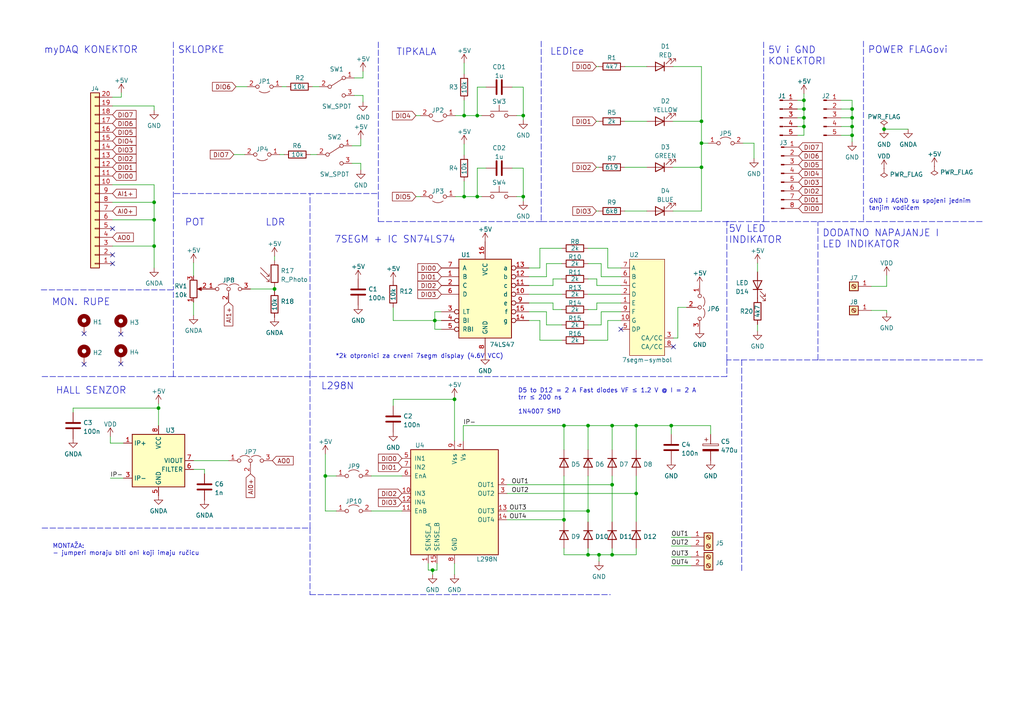
<source format=kicad_sch>
(kicad_sch (version 20211123) (generator eeschema)
  (paper "A4")
  (title_block (title "myDAQExpansionBoard") (date "2022-07-24") (rev "1") (company "TVZ"))
  (junction (at 45.974 118.364))
  (junction (at 177.546 160.909))
  (junction (at 170.561 148.209))
  (junction (at 177.546 140.589))
  (junction (at 131.826 115.824))
  (junction (at 233.172 31.623))
  (junction (at 170.561 160.909))
  (junction (at 170.561 123.444))
  (junction (at 163.576 150.749))
  (junction (at 233.172 29.083))
  (junction (at 184.531 143.129))
  (junction (at 247.142 39.243))
  (junction (at 203.454 41.529))
  (junction (at 247.142 36.703))
  (junction (at 138.43 33.528))
  (junction (at 151.765 57.023))
  (junction (at 125.476 165.354))
  (junction (at 173.736 160.909))
  (junction (at 151.765 33.528))
  (junction (at 94.361 138.049))
  (junction (at 138.43 57.023))
  (junction (at 177.546 123.444))
  (junction (at 79.629 83.82))
  (junction (at 203.454 35.179))
  (junction (at 233.172 36.703))
  (junction (at 203.454 48.514))
  (junction (at 184.531 123.444))
  (junction (at 247.142 34.163))
  (junction (at 256.413 37.465))
  (junction (at 44.704 58.674))
  (junction (at 126.111 92.964))
  (junction (at 44.704 63.754))
  (junction (at 44.704 71.374))
  (junction (at 134.62 33.528))
  (junction (at 163.576 123.444))
  (junction (at 247.142 31.623))
  (junction (at 134.62 57.023))
  (junction (at 194.691 123.444))
  (junction (at 233.172 34.163))
  (no_connect (at 180.086 95.504))
  (no_connect (at 32.639 73.914))
  (no_connect (at 32.639 66.294))
  (no_connect (at 32.639 76.454))
  (no_connect (at 195.326 100.584))
  (no_connect (at 35.052 105.537))
  (no_connect (at 24.384 96.774))
  (no_connect (at 24.384 105.664))
  (no_connect (at 35.052 96.901))
  (wire (pts (xy 114.046 115.824) (xy 114.046 117.729)))
  (wire (pts (xy 44.704 71.374) (xy 44.704 63.754)))
  (wire (pts (xy 203.454 48.514) (xy 203.454 41.529)))
  (wire (pts (xy 132.08 33.528) (xy 134.62 33.528)))
  (wire (pts (xy 149.86 33.528) (xy 151.765 33.528)))
  (wire (pts (xy 218.694 41.529) (xy 215.519 41.529)))
  (wire (pts (xy 148.59 48.768) (xy 151.765 48.768)))
  (wire (pts (xy 94.361 148.209) (xy 97.536 148.209)))
  (wire (pts (xy 120.65 33.528) (xy 121.92 33.528)))
  (wire (pts (xy 243.967 36.703) (xy 247.142 36.703)))
  (wire (pts (xy 56.134 87.63) (xy 56.134 91.44)))
  (wire (pts (xy 172.974 19.304) (xy 173.609 19.304)))
  (wire (pts (xy 56.134 133.604) (xy 66.294 133.604)))
  (wire (pts (xy 68.453 25.146) (xy 71.628 25.146)))
  (polyline (pts (xy 50.292 109.22) (xy 50.292 84.074)))
  (wire (pts (xy 126.111 92.964) (xy 114.046 92.964)))
  (polyline (pts (xy 109.728 12.192) (xy 109.728 56.134)))
  (wire (pts (xy 205.359 41.529) (xy 203.454 41.529)))
  (wire (pts (xy 151.765 48.768) (xy 151.765 57.023)))
  (wire (pts (xy 32.639 28.194) (xy 35.179 28.194)))
  (polyline (pts (xy 210.82 64.262) (xy 211.582 64.262)))
  (polyline (pts (xy 89.916 109.22) (xy 89.916 56.134)))
  (wire (pts (xy 120.65 57.023) (xy 121.92 57.023)))
  (wire (pts (xy 173.101 87.884) (xy 173.101 89.789)))
  (wire (pts (xy 90.043 44.831) (xy 91.948 44.831)))
  (wire (pts (xy 170.561 85.344) (xy 180.086 85.344)))
  (wire (pts (xy 203.454 41.529) (xy 203.454 35.179)))
  (wire (pts (xy 156.591 92.964) (xy 153.416 92.964)))
  (wire (pts (xy 233.172 29.083) (xy 233.172 31.623)))
  (wire (pts (xy 172.974 35.179) (xy 173.609 35.179)))
  (polyline (pts (xy 237.236 104.394) (xy 237.236 64.262)))
  (polyline (pts (xy 237.236 104.394) (xy 210.82 104.394)))
  (wire (pts (xy 81.153 44.831) (xy 82.423 44.831)))
  (polyline (pts (xy 50.546 56.134) (xy 109.728 56.134)))
  (wire (pts (xy 162.941 98.679) (xy 156.591 98.679)))
  (wire (pts (xy 158.496 76.454) (xy 158.496 80.264)))
  (wire (pts (xy 163.576 150.749) (xy 163.576 151.384)))
  (wire (pts (xy 160.401 89.789) (xy 160.401 87.884)))
  (wire (pts (xy 138.43 33.528) (xy 139.7 33.528)))
  (wire (pts (xy 44.704 30.734) (xy 44.704 32.004)))
  (wire (pts (xy 181.229 61.214) (xy 187.579 61.214)))
  (wire (pts (xy 194.691 123.444) (xy 206.121 123.444)))
  (wire (pts (xy 32.639 53.594) (xy 44.704 53.594)))
  (wire (pts (xy 194.691 155.829) (xy 200.406 155.829)))
  (wire (pts (xy 126.111 90.424) (xy 126.111 92.964)))
  (wire (pts (xy 125.476 165.354) (xy 125.476 166.624)))
  (wire (pts (xy 256.413 37.465) (xy 263.398 37.465)))
  (wire (pts (xy 199.136 89.154) (xy 196.596 89.154)))
  (wire (pts (xy 184.531 143.129) (xy 184.531 151.384)))
  (wire (pts (xy 162.941 76.454) (xy 158.496 76.454)))
  (polyline (pts (xy 250.444 11.938) (xy 250.444 64.262)))
  (wire (pts (xy 177.546 123.444) (xy 184.531 123.444)))
  (wire (pts (xy 32.639 63.754) (xy 44.704 63.754)))
  (wire (pts (xy 138.43 48.768) (xy 138.43 57.023)))
  (wire (pts (xy 194.691 161.544) (xy 200.406 161.544)))
  (wire (pts (xy 105.283 29.591) (xy 105.283 27.686)))
  (wire (pts (xy 160.401 87.884) (xy 153.416 87.884)))
  (polyline (pts (xy 12.192 109.22) (xy 50.292 109.22)))
  (wire (pts (xy 176.276 72.009) (xy 170.561 72.009)))
  (wire (pts (xy 194.691 164.084) (xy 200.406 164.084)))
  (wire (pts (xy 177.546 159.004) (xy 177.546 160.909)))
  (wire (pts (xy 170.561 130.429) (xy 170.561 123.444)))
  (wire (pts (xy 170.561 123.444) (xy 177.546 123.444)))
  (wire (pts (xy 134.62 41.783) (xy 134.62 44.958)))
  (wire (pts (xy 105.283 27.686) (xy 102.743 27.686)))
  (wire (pts (xy 44.704 58.674) (xy 44.704 53.594)))
  (wire (pts (xy 156.591 72.009) (xy 156.591 77.724)))
  (wire (pts (xy 59.309 136.144) (xy 59.309 137.414)))
  (wire (pts (xy 233.172 36.703) (xy 233.172 39.243)))
  (wire (pts (xy 163.576 138.049) (xy 163.576 150.749)))
  (polyline (pts (xy 156.972 11.938) (xy 156.972 64.262)))
  (wire (pts (xy 147.066 148.209) (xy 170.561 148.209)))
  (wire (pts (xy 243.967 34.163) (xy 247.142 34.163)))
  (wire (pts (xy 231.267 29.083) (xy 233.172 29.083)))
  (wire (pts (xy 21.209 118.364) (xy 45.974 118.364)))
  (wire (pts (xy 181.229 19.304) (xy 187.579 19.304)))
  (wire (pts (xy 151.765 58.293) (xy 151.765 57.023)))
  (wire (pts (xy 138.43 48.768) (xy 140.97 48.768)))
  (wire (pts (xy 45.974 118.364) (xy 45.974 123.444)))
  (wire (pts (xy 180.086 82.804) (xy 173.101 82.804)))
  (wire (pts (xy 148.59 25.273) (xy 151.765 25.273)))
  (wire (pts (xy 247.142 41.148) (xy 247.142 39.243)))
  (wire (pts (xy 44.704 63.754) (xy 44.704 58.674)))
  (wire (pts (xy 132.08 57.023) (xy 134.62 57.023)))
  (wire (pts (xy 163.576 160.909) (xy 170.561 160.909)))
  (wire (pts (xy 134.62 57.023) (xy 138.43 57.023)))
  (polyline (pts (xy 210.82 104.394) (xy 210.82 64.262)))
  (polyline (pts (xy 284.988 104.394) (xy 237.236 104.394)))
  (wire (pts (xy 32.004 128.524) (xy 32.004 126.619)))
  (wire (pts (xy 174.371 94.234) (xy 170.561 94.234)))
  (wire (pts (xy 131.826 115.189) (xy 131.826 115.824)))
  (wire (pts (xy 134.366 123.444) (xy 163.576 123.444)))
  (wire (pts (xy 173.101 82.804) (xy 173.101 80.899)))
  (wire (pts (xy 184.531 160.909) (xy 184.531 159.004)))
  (wire (pts (xy 243.967 31.623) (xy 247.142 31.623)))
  (wire (pts (xy 180.086 80.264) (xy 174.371 80.264)))
  (polyline (pts (xy 89.916 109.22) (xy 50.292 109.22)))
  (wire (pts (xy 231.267 31.623) (xy 233.172 31.623)))
  (polyline (pts (xy 109.728 56.134) (xy 109.728 64.262)))
  (wire (pts (xy 233.172 31.623) (xy 233.172 34.163)))
  (wire (pts (xy 147.066 150.749) (xy 163.576 150.749)))
  (wire (pts (xy 257.175 83.058) (xy 257.175 79.883)))
  (wire (pts (xy 114.046 89.154) (xy 114.046 92.964)))
  (wire (pts (xy 138.43 25.273) (xy 140.97 25.273)))
  (polyline (pts (xy 109.728 64.262) (xy 156.972 64.262)))
  (wire (pts (xy 162.941 94.234) (xy 158.496 94.234)))
  (wire (pts (xy 153.416 85.344) (xy 162.941 85.344)))
  (wire (pts (xy 79.629 74.295) (xy 79.629 75.565)))
  (wire (pts (xy 231.267 34.163) (xy 233.172 34.163)))
  (wire (pts (xy 170.561 138.049) (xy 170.561 148.209)))
  (wire (pts (xy 203.454 61.214) (xy 203.454 48.514)))
  (wire (pts (xy 107.696 138.049) (xy 116.586 138.049)))
  (wire (pts (xy 233.172 27.178) (xy 233.172 29.083)))
  (wire (pts (xy 196.596 89.154) (xy 196.596 98.044)))
  (wire (pts (xy 151.765 33.528) (xy 151.765 34.798)))
  (wire (pts (xy 158.496 90.424) (xy 153.416 90.424)))
  (wire (pts (xy 94.361 138.049) (xy 97.536 138.049)))
  (wire (pts (xy 138.43 25.273) (xy 138.43 33.528)))
  (wire (pts (xy 160.401 82.804) (xy 153.416 82.804)))
  (polyline (pts (xy 210.82 104.394) (xy 210.82 109.22)))
  (wire (pts (xy 134.62 33.528) (xy 138.43 33.528)))
  (wire (pts (xy 35.814 128.524) (xy 32.004 128.524)))
  (wire (pts (xy 172.974 61.214) (xy 173.609 61.214)))
  (wire (pts (xy 247.142 39.243) (xy 247.142 36.703)))
  (wire (pts (xy 195.199 35.179) (xy 203.454 35.179)))
  (wire (pts (xy 257.175 90.043) (xy 257.175 90.678)))
  (wire (pts (xy 177.546 151.384) (xy 177.546 140.589)))
  (wire (pts (xy 173.101 80.899) (xy 170.561 80.899)))
  (wire (pts (xy 67.818 44.831) (xy 70.993 44.831)))
  (wire (pts (xy 180.086 77.724) (xy 176.276 77.724)))
  (wire (pts (xy 173.736 160.909) (xy 177.546 160.909)))
  (polyline (pts (xy 12.192 153.162) (xy 89.916 153.162)))
  (wire (pts (xy 194.691 158.369) (xy 200.406 158.369)))
  (wire (pts (xy 126.111 95.504) (xy 126.111 92.964)))
  (polyline (pts (xy 89.916 172.466) (xy 177.038 172.466)))
  (wire (pts (xy 134.62 57.023) (xy 134.62 52.578)))
  (wire (pts (xy 32.639 71.374) (xy 44.704 71.374)))
  (wire (pts (xy 102.743 22.606) (xy 105.283 22.606)))
  (polyline (pts (xy 89.916 153.162) (xy 89.916 172.466)))
  (wire (pts (xy 173.101 89.789) (xy 170.561 89.789)))
  (wire (pts (xy 79.629 83.185) (xy 79.629 83.82)))
  (polyline (pts (xy 221.488 12.192) (xy 221.488 64.262)))
  (wire (pts (xy 126.111 92.964) (xy 128.016 92.964)))
  (polyline (pts (xy 221.488 64.262) (xy 284.988 64.262)))
  (wire (pts (xy 156.591 98.679) (xy 156.591 92.964)))
  (wire (pts (xy 163.576 130.429) (xy 163.576 123.444)))
  (wire (pts (xy 177.546 140.589) (xy 177.546 138.049)))
  (wire (pts (xy 163.576 123.444) (xy 170.561 123.444)))
  (wire (pts (xy 32.639 58.674) (xy 44.704 58.674)))
  (wire (pts (xy 158.496 80.264) (xy 153.416 80.264)))
  (wire (pts (xy 219.71 76.327) (xy 219.71 78.867)))
  (wire (pts (xy 252.73 90.043) (xy 257.175 90.043)))
  (wire (pts (xy 124.206 163.449) (xy 124.206 165.354)))
  (polyline (pts (xy 50.292 12.192) (xy 50.292 84.074)))
  (wire (pts (xy 151.765 25.273) (xy 151.765 33.528)))
  (wire (pts (xy 231.267 36.703) (xy 233.172 36.703)))
  (wire (pts (xy 56.134 80.01) (xy 56.134 76.2)))
  (wire (pts (xy 176.276 77.724) (xy 176.276 72.009)))
  (wire (pts (xy 134.62 33.528) (xy 134.62 29.083)))
  (wire (pts (xy 174.371 76.454) (xy 170.561 76.454)))
  (wire (pts (xy 174.371 90.424) (xy 174.371 94.234)))
  (wire (pts (xy 195.199 48.514) (xy 203.454 48.514)))
  (wire (pts (xy 131.826 163.449) (xy 131.826 166.624)))
  (wire (pts (xy 233.172 39.243) (xy 231.267 39.243)))
  (wire (pts (xy 138.43 57.023) (xy 139.7 57.023)))
  (wire (pts (xy 243.967 39.243) (xy 247.142 39.243)))
  (wire (pts (xy 128.016 90.424) (xy 126.111 90.424)))
  (wire (pts (xy 72.644 83.82) (xy 79.629 83.82)))
  (wire (pts (xy 247.142 34.163) (xy 247.142 31.623)))
  (wire (pts (xy 174.371 80.264) (xy 174.371 76.454)))
  (polyline (pts (xy 210.82 109.22) (xy 89.916 109.22)))
  (wire (pts (xy 125.476 165.354) (xy 126.746 165.354)))
  (wire (pts (xy 170.561 148.209) (xy 170.561 151.384)))
  (wire (pts (xy 156.591 77.724) (xy 153.416 77.724)))
  (wire (pts (xy 184.531 123.444) (xy 184.531 130.429)))
  (polyline (pts (xy 215.138 104.394) (xy 215.138 165.862)))
  (wire (pts (xy 32.004 138.684) (xy 35.814 138.684)))
  (wire (pts (xy 134.62 18.288) (xy 134.62 21.463)))
  (polyline (pts (xy 156.972 64.262) (xy 221.488 64.262)))
  (wire (pts (xy 147.066 140.589) (xy 177.546 140.589)))
  (wire (pts (xy 158.496 94.234) (xy 158.496 90.424)))
  (wire (pts (xy 184.531 143.129) (xy 147.066 143.129)))
  (wire (pts (xy 131.826 115.824) (xy 131.826 127.889)))
  (wire (pts (xy 180.086 92.964) (xy 176.276 92.964)))
  (wire (pts (xy 206.121 125.984) (xy 206.121 123.444)))
  (wire (pts (xy 181.229 48.514) (xy 187.579 48.514)))
  (wire (pts (xy 233.172 34.163) (xy 233.172 36.703)))
  (wire (pts (xy 126.746 165.354) (xy 126.746 163.449)))
  (wire (pts (xy 177.546 123.444) (xy 177.546 130.429)))
  (wire (pts (xy 104.648 49.276) (xy 104.648 47.371)))
  (wire (pts (xy 94.361 138.049) (xy 94.361 148.209)))
  (wire (pts (xy 94.361 131.699) (xy 94.361 138.049)))
  (wire (pts (xy 102.108 42.291) (xy 104.648 42.291)))
  (wire (pts (xy 35.179 28.194) (xy 35.179 26.924)))
  (wire (pts (xy 44.704 77.724) (xy 44.704 71.374)))
  (wire (pts (xy 195.199 61.214) (xy 203.454 61.214)))
  (wire (pts (xy 247.142 36.703) (xy 247.142 34.163)))
  (wire (pts (xy 219.71 94.107) (xy 219.71 96.012)))
  (polyline (pts (xy 89.916 153.162) (xy 89.916 109.22)))
  (wire (pts (xy 180.086 90.424) (xy 174.371 90.424)))
  (wire (pts (xy 247.142 29.083) (xy 243.967 29.083)))
  (wire (pts (xy 180.086 87.884) (xy 173.101 87.884)))
  (wire (pts (xy 21.209 119.634) (xy 21.209 118.364)))
  (wire (pts (xy 124.206 165.354) (xy 125.476 165.354)))
  (wire (pts (xy 105.283 22.606) (xy 105.283 20.701)))
  (wire (pts (xy 162.941 89.789) (xy 160.401 89.789)))
  (wire (pts (xy 218.694 45.974) (xy 218.694 41.529)))
  (wire (pts (xy 203.454 35.179) (xy 203.454 19.304)))
  (wire (pts (xy 176.276 92.964) (xy 176.276 98.679)))
  (wire (pts (xy 176.276 98.679) (xy 170.561 98.679)))
  (wire (pts (xy 252.73 83.058) (xy 257.175 83.058)))
  (wire (pts (xy 81.788 25.146) (xy 83.058 25.146)))
  (wire (pts (xy 184.531 123.444) (xy 194.691 123.444)))
  (wire (pts (xy 170.561 160.909) (xy 173.736 160.909)))
  (wire (pts (xy 162.941 80.899) (xy 160.401 80.899)))
  (wire (pts (xy 128.016 95.504) (xy 126.111 95.504)))
  (wire (pts (xy 44.704 30.734) (xy 32.639 30.734)))
  (wire (pts (xy 104.648 42.291) (xy 104.648 40.386)))
  (wire (pts (xy 195.326 98.044) (xy 196.596 98.044)))
  (wire (pts (xy 56.134 136.144) (xy 59.309 136.144)))
  (wire (pts (xy 163.576 159.004) (xy 163.576 160.909)))
  (wire (pts (xy 134.366 123.444) (xy 134.366 127.889)))
  (wire (pts (xy 45.974 117.094) (xy 45.974 118.364)))
  (wire (pts (xy 184.531 138.049) (xy 184.531 143.129)))
  (wire (pts (xy 160.401 80.899) (xy 160.401 82.804)))
  (wire (pts (xy 104.648 47.371) (xy 102.108 47.371)))
  (wire (pts (xy 203.454 19.304) (xy 195.199 19.304)))
  (wire (pts (xy 172.974 48.514) (xy 173.609 48.514)))
  (wire (pts (xy 90.678 25.146) (xy 92.583 25.146)))
  (wire (pts (xy 107.696 148.209) (xy 116.586 148.209)))
  (polyline (pts (xy 11.938 84.074) (xy 50.292 84.074)))
  (wire (pts (xy 181.229 35.179) (xy 187.579 35.179)))
  (wire (pts (xy 131.826 115.824) (xy 114.046 115.824)))
  (wire (pts (xy 162.941 72.009) (xy 156.591 72.009)))
  (wire (pts (xy 170.561 159.004) (xy 170.561 160.909)))
  (wire (pts (xy 173.736 160.909) (xy 173.736 162.814)))
  (wire (pts (xy 247.142 31.623) (xy 247.142 29.083)))
  (wire (pts (xy 79.629 83.82) (xy 79.629 84.455)))
  (wire (pts (xy 194.691 125.984) (xy 194.691 123.444)))
  (wire (pts (xy 149.86 57.023) (xy 151.765 57.023)))
  (wire (pts (xy 177.546 160.909) (xy 184.531 160.909)))
  (text "myDAQ KONEKTOR" (at 12.7 15.748 0) (effects (font (size 2 2)) (justify left bottom)))
  (text "LEDice" (at 159.512 16.256 0) (effects (font (size 2 2)) (justify left bottom)))
  (text "5V LED\nINDIKATOR" (at 211.328 70.866 0) (effects (font (size 2 2)) (justify left bottom)))
  (text "*2k otpronici za crveni 7segm display (4.6V VCC)" (at 97.282 104.14 0) (effects (font (size 1.27 1.27)) (justify left bottom)))
  (text "D5 to D12 = 2 A Fast diodes VF ≤ 1.2 V @ I = 2 A\ntrr ≤ 200 ns\n\n1N4007 SMD" (at 150.241 120.269 0) (effects (font (size 1.27 1.27)) (justify left bottom)))
  (text "5V i GND\nKONEKTORI" (at 222.758 19.05 0) (effects (font (size 2 2)) (justify left bottom)))
  (text "7SEGM + IC SN74LS74" (at 96.901 70.739 0) (effects (font (size 2 2)) (justify left bottom)))
  (text "POT" (at 53.594 65.786 0) (effects (font (size 2 2)) (justify left bottom)))
  (text "HALL SENZOR" (at 16.129 114.554 0) (effects (font (size 2 2)) (justify left bottom)))
  (text "POWER FLAGovi" (at 251.714 15.748 0) (effects (font (size 2 2)) (justify left bottom)))
  (text "L298N" (at 93.091 113.284 0) (effects (font (size 2 2)) (justify left bottom)))
  (text "MONTAŽA:\n- jumperi moraju biti oni koji imaju ručicu" (at 15.24 161.29 0) (effects (font (size 1.27 1.27)) (justify left bottom)))
  (text "MON. RUPE" (at 14.986 88.9 0) (effects (font (size 2 2)) (justify left bottom)))
  (text "TIPKALA" (at 114.935 16.383 0) (effects (font (size 2 2)) (justify left bottom)))
  (text "SKLOPKE" (at 51.562 15.748 0) (effects (font (size 2 2)) (justify left bottom)))
  (text "DODATNO NAPAJANJE I \nLED INDIKATOR" (at 238.506 72.136 0) (effects (font (size 2 2)) (justify left bottom)))
  (text "GND i AGND su spojeni jednim\ntanjim vodičem" (at 251.968 61.214 0) (effects (font (size 1.27 1.27)) (justify left bottom)))
  (text "LDR" (at 76.962 65.786 0) (effects (font (size 2 2)) (justify left bottom)))
  (label "OUT3" (at 147.701 148.209 0))
  (label "OUT1" (at 148.336 140.589 0))
  (label "IP-" (at 134.366 123.444 0))
  (label "IP-" (at 32.004 138.684 0))
  (label "OUT4" (at 194.691 164.084 0))
  (label "OUT2" (at 148.336 143.129 0))
  (label "OUT2" (at 194.691 158.369 0))
  (label "OUT1" (at 194.691 155.829 0))
  (label "OUT3" (at 194.691 161.544 0))
  (label "OUT4" (at 147.701 150.749 0))
  (global_label "DIO5" (shape input) (at 120.65 57.023 180) (property "Intersheet References" "${INTERSHEET_REFS}" (effects hide)))
  (global_label "DIO1" (shape input) (at 116.586 135.509 180) (property "Intersheet References" "${INTERSHEET_REFS}" (effects hide)))
  (global_label "DIO3" (shape input) (at 116.586 145.669 180) (property "Intersheet References" "${INTERSHEET_REFS}" (effects hide)))
  (global_label "DIO3" (shape input) (at 128.016 85.344 180) (property "Intersheet References" "${INTERSHEET_REFS}" (effects hide)))
  (global_label "DIO0" (shape input) (at 116.586 132.969 180) (property "Intersheet References" "${INTERSHEET_REFS}" (effects hide)))
  (global_label "DIO3" (shape input) (at 172.974 61.214 180) (property "Intersheet References" "${INTERSHEET_REFS}" (effects hide)))
  (global_label "DIO1" (shape input) (at 128.016 80.264 180) (property "Intersheet References" "${INTERSHEET_REFS}" (effects hide)))
  (global_label "AI1+" (shape input) (at 32.639 56.134 0) (property "Intersheet References" "${INTERSHEET_REFS}" (effects hide)))
  (global_label "AI0+" (shape input) (at 32.639 61.214 0) (property "Intersheet References" "${INTERSHEET_REFS}" (effects hide)))
  (global_label "DIO1" (shape input) (at 172.974 35.179 180) (property "Intersheet References" "${INTERSHEET_REFS}" (effects hide)))
  (global_label "DIO7" (shape input) (at 231.648 42.672 0) (property "Intersheet References" "${INTERSHEET_REFS}" (effects hide)))
  (global_label "DIO2" (shape input) (at 231.648 55.372 0) (property "Intersheet References" "${INTERSHEET_REFS}" (effects hide)))
  (global_label "DIO4" (shape input) (at 120.65 33.528 180) (property "Intersheet References" "${INTERSHEET_REFS}" (effects hide)))
  (global_label "AI0+" (shape input) (at 72.644 137.414 270) (property "Intersheet References" "${INTERSHEET_REFS}" (effects hide)))
  (global_label "DIO0" (shape input) (at 231.648 60.452 0) (property "Intersheet References" "${INTERSHEET_REFS}" (effects hide)))
  (global_label "DIO2" (shape input) (at 172.974 48.514 180) (property "Intersheet References" "${INTERSHEET_REFS}" (effects hide)))
  (global_label "DIO4" (shape input) (at 231.648 50.292 0) (property "Intersheet References" "${INTERSHEET_REFS}" (effects hide)))
  (global_label "DIO4" (shape input) (at 32.639 40.894 0) (property "Intersheet References" "${INTERSHEET_REFS}" (effects hide)))
  (global_label "AI1+" (shape input) (at 66.294 87.63 270) (property "Intersheet References" "${INTERSHEET_REFS}" (effects hide)))
  (global_label "DIO3" (shape input) (at 32.639 43.434 0) (property "Intersheet References" "${INTERSHEET_REFS}" (effects hide)))
  (global_label "DIO1" (shape input) (at 231.648 57.912 0) (property "Intersheet References" "${INTERSHEET_REFS}" (effects hide)))
  (global_label "DIO6" (shape input) (at 68.453 25.146 180) (property "Intersheet References" "${INTERSHEET_REFS}" (effects hide)))
  (global_label "DIO5" (shape input) (at 32.639 38.354 0) (property "Intersheet References" "${INTERSHEET_REFS}" (effects hide)))
  (global_label "DIO2" (shape input) (at 32.639 45.974 0) (property "Intersheet References" "${INTERSHEET_REFS}" (effects hide)))
  (global_label "DIO0" (shape input) (at 32.639 51.054 0) (property "Intersheet References" "${INTERSHEET_REFS}" (effects hide)))
  (global_label "DIO0" (shape input) (at 128.016 77.724 180) (property "Intersheet References" "${INTERSHEET_REFS}" (effects hide)))
  (global_label "DIO7" (shape input) (at 67.818 44.831 180) (property "Intersheet References" "${INTERSHEET_REFS}" (effects hide)))
  (global_label "AO0" (shape input) (at 32.639 68.834 0) (property "Intersheet References" "${INTERSHEET_REFS}" (effects hide)))
  (global_label "DIO1" (shape input) (at 32.639 48.514 0) (property "Intersheet References" "${INTERSHEET_REFS}" (effects hide)))
  (global_label "DIO0" (shape input) (at 172.974 19.304 180) (property "Intersheet References" "${INTERSHEET_REFS}" (effects hide)))
  (global_label "DIO7" (shape input) (at 32.639 33.274 0) (property "Intersheet References" "${INTERSHEET_REFS}" (effects hide)))
  (global_label "AO0" (shape input) (at 78.994 133.604 0) (property "Intersheet References" "${INTERSHEET_REFS}" (effects hide)))
  (global_label "DIO6" (shape input) (at 32.639 35.814 0) (property "Intersheet References" "${INTERSHEET_REFS}" (effects hide)))
  (global_label "DIO5" (shape input) (at 231.648 47.752 0) (property "Intersheet References" "${INTERSHEET_REFS}" (effects hide)))
  (global_label "DIO6" (shape input) (at 231.648 45.212 0) (property "Intersheet References" "${INTERSHEET_REFS}" (effects hide)))
  (global_label "DIO2" (shape input) (at 116.586 143.129 180) (property "Intersheet References" "${INTERSHEET_REFS}" (effects hide)))
  (global_label "DIO2" (shape input) (at 128.016 82.804 180) (property "Intersheet References" "${INTERSHEET_REFS}" (effects hide)))
  (global_label "DIO3" (shape input) (at 231.648 52.832 0) (property "Intersheet References" "${INTERSHEET_REFS}" (effects hide)))
  (symbol (lib_id "Mechanical:MountingHole_Pad") (at 35.052 102.997 0) (unit 1)
    (property "Reference" "H4" (at 37.592 102.1608 0) (effects (justify left)))
    (property "Value" "MountingHole_Pad" (effects hide))
    (property "Footprint" "MountingHole:MountingHole_3.2mm_M3_ISO7380_Pad" (effects hide))
  )
  (symbol (lib_id "Device:R") (at 177.419 48.514 90) (unit 1)
    (property "Reference" "R7" (at 177.419 45.974 90))
    (property "Value" "619" (at 177.419 48.514 90))
    (property "Footprint" "Resistor_SMD:R_0603_1608Metric" (effects hide))
  )
  (symbol (lib_id "Device:LED") (at 191.389 19.304 180) (unit 1)
    (property "Reference" "D1" (at 192.9765 13.4452 0))
    (property "Value" "RED" (at 192.9765 15.9821 0))
    (property "Footprint" "LED_THT:LED_D5.0mm" (effects hide))
  )
  (symbol (lib_id "power:+5V") (at 202.946 82.804 0) (unit 1)
    (property "Reference" "#PWR020" (effects hide))
    (property "Value" "+5V" (at 202.946 79.2282 0))
  )
  (symbol (lib_id "Device:R") (at 134.62 25.273 0) (unit 1)
    (property "Reference" "R3" (at 130.175 25.273 0) (effects (justify left)))
    (property "Value" "10k" (at 134.62 27.178 90) (effects (justify left)))
    (property "Footprint" "Resistor_SMD:R_0603_1608Metric" (effects hide))
  )
  (symbol (lib_id "74xx:74LS47") (at 140.716 85.344 0) (unit 1)
    (property "Reference" "U1" (at 133.731 73.914 0) (effects (justify left)))
    (property "Value" "74LS47" (at 141.986 99.949 0) (effects (justify left)))
    (property "Footprint" "Package_DIP:DIP-16_W7.62mm" (effects hide))
    (property "Datasheet" "http://www.ti.com/lit/gpn/sn74LS47" (effects hide))
  )
  (symbol (lib_id "Symbols:7segm-symbol") (at 187.706 87.884 0) (unit 1)
    (property "Reference" "U2" (at 183.896 73.914 0))
    (property "Value" "7segm-symbol" (at 187.706 104.394 0))
    (property "Footprint" "Library:7segm-SA52" (effects hide))
  )
  (symbol (lib_id "Device:LED") (at 191.389 48.514 180) (unit 1)
    (property "Reference" "D3" (at 192.9765 42.6552 0))
    (property "Value" "GREEN" (at 192.9765 45.1921 0))
    (property "Footprint" "LED_THT:LED_D5.0mm" (effects hide))
  )
  (symbol (lib_id "Device:R") (at 177.419 61.214 90) (unit 1)
    (property "Reference" "R9" (at 177.419 58.674 90))
    (property "Value" "6k8" (at 177.419 61.214 90))
    (property "Footprint" "Resistor_SMD:R_0603_1608Metric" (effects hide))
  )
  (symbol (lib_id "Diode:1N4007") (at 184.531 155.194 270) (unit 1)
    (property "Reference" "D12" (at 186.563 155.6278 90) (effects (justify left)))
    (property "Value" "1N4007" (effects hide))
    (property "Footprint" "Diode_SMD:D_SMA" (effects hide))
    (property "Datasheet" "http://www.vishay.com/docs/88503/1n4001.pdf" (effects hide))
  )
  (symbol (lib_id "Device:C") (at 144.78 48.768 90) (unit 1)
    (property "Reference" "CD2" (at 144.78 42.9092 90))
    (property "Value" "1u" (at 144.78 45.4461 90))
    (property "Footprint" "Capacitor_SMD:C_0805_2012Metric" (effects hide))
  )
  (symbol (lib_id "Jumper:Jumper_3_Open") (at 66.294 83.82 0) (unit 1)
    (property "Reference" "JP8" (at 66.294 81.285 0))
    (property "Value" "Jumper_3_Open" (effects hide))
    (property "Footprint" "Library:PinHeader_1x03_P2.54mm_Vertical_jumper" (effects hide))
  )
  (symbol (lib_id "Diode:1N4007") (at 163.576 134.239 270) (unit 1)
    (property "Reference" "D5" (at 165.608 134.6728 90) (effects (justify left)))
    (property "Value" "1N4007" (effects hide))
    (property "Footprint" "Diode_SMD:D_SMA" (effects hide))
    (property "Datasheet" "http://www.vishay.com/docs/88503/1n4001.pdf" (effects hide))
  )
  (symbol (lib_id "Sensor_Current:ACS712xLCTR-05B") (at 45.974 133.604 0) (unit 1)
    (property "Reference" "U3" (at 47.9934 124.8212 0) (effects (justify left)))
    (property "Value" "ACS712xLCTR-05B" (effects hide))
    (property "Footprint" "Package_SO:SOIC-8_3.9x4.9mm_P1.27mm" (effects hide))
    (property "Datasheet" "http://www.allegromicro.com/~/media/Files/Datasheets/ACS712-Datasheet.ashx?la=en" (effects hide))
  )
  (symbol (lib_id "Connector:Screw_Terminal_01x01") (at 247.65 90.043 180) (unit 1)
    (property "Reference" "J8" (at 247.65 87.6102 0))
    (property "Value" "Screw_Terminal_01x01" (effects hide))
    (property "Footprint" "Library:DELTRON 4mm banana socket - black" (effects hide))
  )
  (symbol (lib_id "Device:R") (at 166.751 72.009 90) (unit 1)
    (property "Reference" "R8" (at 166.751 70.104 90))
    (property "Value" "2k" (at 166.751 72.009 90))
    (property "Footprint" "Resistor_SMD:R_0603_1608Metric" (effects hide))
  )
  (symbol (lib_id "Device:R") (at 134.62 48.768 0) (unit 1)
    (property "Reference" "R4" (at 130.175 48.768 0) (effects (justify left)))
    (property "Value" "10k" (at 134.62 50.673 90) (effects (justify left)))
    (property "Footprint" "Resistor_SMD:R_0603_1608Metric" (effects hide))
  )
  (symbol (lib_id "power:+5V") (at 35.179 26.924 0) (unit 1)
    (property "Reference" "#PWR010" (effects hide))
    (property "Value" "+5V" (at 35.179 23.3482 0))
  )
  (symbol (lib_id "Connector:Conn_01x05_Male") (at 238.887 34.163 0) (unit 1)
    (property "Reference" "J2" (at 239.522 27.844 0))
    (property "Value" "Conn_01x05_Male" (effects hide))
    (property "Footprint" "Connector_PinHeader_2.54mm:PinHeader_1x05_P2.54mm_Vertical" (effects hide))
  )
  (symbol (lib_id "power:GND") (at 103.886 88.519 0) (unit 1)
    (property "Reference" "#PWR021" (effects hide))
    (property "Value" "GND" (at 103.886 92.9624 0))
  )
  (symbol (lib_id "power:VDD") (at 256.413 48.895 0) (unit 1)
    (property "Reference" "#PWR09" (effects hide))
    (property "Value" "VDD" (at 256.413 45.3192 0))
  )
  (symbol (lib_id "Device:C") (at 59.309 141.224 0) (unit 1)
    (property "Reference" "C6" (at 62.23 140.3893 0) (effects (justify left)))
    (property "Value" "1n" (at 62.23 142.9262 0) (effects (justify left)))
    (property "Footprint" "Capacitor_SMD:C_0603_1608Metric" (effects hide))
  )
  (symbol (lib_id "Jumper:Jumper_2_Open") (at 76.708 25.146 180) (unit 1)
    (property "Reference" "JP1" (at 76.708 23.6022 0))
    (property "Value" "Jumper_2_Open" (effects hide))
    (property "Footprint" "Library:PinHeader_1x02_P2.54mm_jumper" (effects hide))
  )
  (symbol (lib_id "power:GND") (at 173.736 162.814 0) (unit 1)
    (property "Reference" "#PWR040" (effects hide))
    (property "Value" "GND" (at 173.736 167.2574 0))
  )
  (symbol (lib_id "Jumper:Jumper_2_Open") (at 210.439 41.529 0) (unit 1)
    (property "Reference" "JP5" (at 210.439 38.7152 0))
    (property "Value" "Jumper_2_Open" (effects hide))
    (property "Footprint" "Library:PinHeader_1x02_P2.54mm_jumper" (effects hide))
  )
  (symbol (lib_id "Device:R") (at 177.419 19.304 90) (unit 1)
    (property "Reference" "R1" (at 177.419 16.764 90))
    (property "Value" "4k7" (at 177.419 19.304 90))
    (property "Footprint" "Resistor_SMD:R_0603_1608Metric" (effects hide))
  )
  (symbol (lib_id "power:+5V") (at 134.62 18.288 0) (unit 1)
    (property "Reference" "#PWR03" (effects hide))
    (property "Value" "+5V" (at 134.62 14.7122 0))
  )
  (symbol (lib_id "Jumper:Jumper_2_Open") (at 102.616 138.049 0) (unit 1)
    (property "Reference" "JP9" (at 102.616 135.2352 0))
    (property "Value" "Jumper_2_Open" (effects hide))
    (property "Footprint" "Library:PinHeader_1x02_P2.54mm_jumper" (effects hide))
  )
  (symbol (lib_id "power:+5V") (at 45.974 117.094 0) (unit 1)
    (property "Reference" "#PWR027" (effects hide))
    (property "Value" "+5V" (at 45.974 113.5182 0))
  )
  (symbol (lib_id "Device:R") (at 166.751 76.454 90) (unit 1)
    (property "Reference" "R10" (at 166.751 74.549 90))
    (property "Value" "2k" (at 166.751 76.454 90))
    (property "Footprint" "Resistor_SMD:R_0603_1608Metric" (effects hide))
  )
  (symbol (lib_id "power:GND") (at 219.71 96.012 0) (unit 1)
    (property "Reference" "#PWR048" (effects hide))
    (property "Value" "GND" (at 219.71 100.4554 0))
  )
  (symbol (lib_id "power:GND") (at 114.046 125.349 0) (unit 1)
    (property "Reference" "#PWR030" (effects hide))
    (property "Value" "GND" (at 114.046 129.7924 0))
  )
  (symbol (lib_id "power:GND") (at 257.175 90.678 0) (unit 1)
    (property "Reference" "#PWR046" (effects hide))
    (property "Value" "GND" (at 257.175 95.1214 0))
  )
  (symbol (lib_id "power:GND") (at 206.121 133.604 0) (unit 1)
    (property "Reference" "#PWR035" (effects hide))
    (property "Value" "GND" (at 206.121 138.0474 0))
  )
  (symbol (lib_id "Mechanical:MountingHole_Pad") (at 24.384 94.234 0) (unit 1)
    (property "Reference" "H1" (at 26.924 93.3978 0) (effects (justify left)))
    (property "Value" "MountingHole_Pad" (effects hide))
    (property "Footprint" "MountingHole:MountingHole_3.2mm_M3_ISO7380_Pad" (effects hide))
  )
  (symbol (lib_id "Switch:SW_Push") (at 144.78 57.023 0) (unit 1)
    (property "Reference" "SW4" (at 144.78 52.9392 0))
    (property "Value" "SW_Push" (effects hide))
    (property "Footprint" "Library:Omron_B3F-12x12mm" (effects hide))
  )
  (symbol (lib_id "power:GND") (at 151.765 34.798 0) (unit 1)
    (property "Reference" "#PWR013" (effects hide))
    (property "Value" "GND" (at 151.765 39.2414 0))
  )
  (symbol (lib_id "power:GND") (at 202.946 95.504 0) (unit 1)
    (property "Reference" "#PWR022" (effects hide))
    (property "Value" "GND" (at 202.946 99.9474 0))
  )
  (symbol (lib_id "Mechanical:MountingHole_Pad") (at 24.384 103.124 0) (unit 1)
    (property "Reference" "H2" (at 26.924 102.2878 0) (effects (justify left)))
    (property "Value" "MountingHole_Pad" (effects hide))
    (property "Footprint" "MountingHole:MountingHole_3.2mm_M3_ISO7380_Pad" (effects hide))
  )
  (symbol (lib_id "power:GNDA") (at 263.398 37.465 0) (unit 1)
    (property "Reference" "#PWR02" (effects hide))
    (property "Value" "GNDA" (at 263.398 41.9084 0))
  )
  (symbol (lib_id "Jumper:Jumper_2_Open") (at 102.616 148.209 0) (unit 1)
    (property "Reference" "JP10" (at 102.616 145.3952 0))
    (property "Value" "Jumper_2_Open" (effects hide))
    (property "Footprint" "Library:PinHeader_1x02_P2.54mm_jumper" (effects hide))
  )
  (symbol (lib_id "Connector:Screw_Terminal_01x01") (at 247.65 83.058 180) (unit 1)
    (property "Reference" "J7" (at 247.65 80.6252 0))
    (property "Value" "Screw_Terminal_01x01" (effects hide))
    (property "Footprint" "Library:DELTRON 4mm banana socket - red" (effects hide))
  )
  (symbol (lib_id "Jumper:Jumper_2_Open") (at 76.073 44.831 180) (unit 1)
    (property "Reference" "JP4" (at 76.073 43.2872 0))
    (property "Value" "Jumper_2_Open" (effects hide))
    (property "Footprint" "Library:PinHeader_1x02_P2.54mm_jumper" (effects hide))
  )
  (symbol (lib_id "power:+5V") (at 140.716 70.104 0) (unit 1)
    (property "Reference" "#PWR017" (effects hide))
    (property "Value" "+5V" (at 140.716 66.5282 0))
  )
  (symbol (lib_id "power:+5V") (at 114.046 81.534 0) (unit 1)
    (property "Reference" "#PWR019" (effects hide))
    (property "Value" "+5V" (at 114.046 77.9582 0))
  )
  (symbol (lib_id "Diode:1N4007") (at 184.531 134.239 270) (unit 1)
    (property "Reference" "D8" (at 186.563 134.6728 90) (effects (justify left)))
    (property "Value" "1N4007" (effects hide))
    (property "Footprint" "Diode_SMD:D_SMA" (effects hide))
    (property "Datasheet" "http://www.vishay.com/docs/88503/1n4001.pdf" (effects hide))
  )
  (symbol (lib_id "Switch:SW_SPDT") (at 97.663 25.146 0) (unit 1)
    (property "Reference" "SW1" (at 97.663 20.066 0))
    (property "Value" "SW_SPDT" (at 97.663 30.861 0))
    (property "Footprint" "Library:we01014042" (effects hide))
  )
  (symbol (lib_id "Device:R") (at 166.751 80.899 90) (unit 1)
    (property "Reference" "R11" (at 166.751 78.994 90))
    (property "Value" "2k" (at 166.751 80.899 90))
    (property "Footprint" "Resistor_SMD:R_0603_1608Metric" (effects hide))
  )
  (symbol (lib_id "Diode:1N4007") (at 163.576 155.194 270) (unit 1)
    (property "Reference" "D9" (at 165.608 155.6278 90) (effects (justify left)))
    (property "Value" "1N4007" (effects hide))
    (property "Footprint" "Diode_SMD:D_SMA" (effects hide))
    (property "Datasheet" "http://www.vishay.com/docs/88503/1n4001.pdf" (effects hide))
  )
  (symbol (lib_id "power:GND") (at 218.694 45.974 0) (unit 1)
    (property "Reference" "#PWR016" (effects hide))
    (property "Value" "GND" (at 218.694 50.4174 0))
  )
  (symbol (lib_id "power:+5V") (at 94.361 131.699 0) (unit 1)
    (property "Reference" "#PWR033" (effects hide))
    (property "Value" "+5V" (at 94.361 128.1232 0))
  )
  (symbol (lib_id "power:GNDA") (at 21.209 127.254 0) (unit 1)
    (property "Reference" "#PWR032" (effects hide))
    (property "Value" "GNDA" (at 21.209 131.6974 0))
  )
  (symbol (lib_id "Jumper:Jumper_2_Open") (at 127 57.023 180) (unit 1)
    (property "Reference" "JP3" (at 127 55.4792 0))
    (property "Value" "Jumper_2_Open" (effects hide))
    (property "Footprint" "Library:PinHeader_1x02_P2.54mm_jumper" (effects hide))
  )
  (symbol (lib_id "Diode:1N4007") (at 170.561 134.239 270) (unit 1)
    (property "Reference" "D6" (at 172.593 134.6728 90) (effects (justify left)))
    (property "Value" "1N4007" (effects hide))
    (property "Footprint" "Diode_SMD:D_SMA" (effects hide))
    (property "Datasheet" "http://www.vishay.com/docs/88503/1n4001.pdf" (effects hide))
  )
  (symbol (lib_id "power:GND") (at 247.142 41.148 0) (unit 1)
    (property "Reference" "#PWR012" (effects hide))
    (property "Value" "GND" (at 247.142 45.5914 0))
  )
  (symbol (lib_id "Connector:Screw_Terminal_01x02") (at 205.486 155.829 0) (unit 1)
    (property "Reference" "J5" (at 207.518 157.5328 0) (effects (justify left)))
    (property "Value" "Screw_Terminal_01x02" (effects hide))
    (property "Footprint" "TerminalBlock_Phoenix:TerminalBlock_Phoenix_MKDS-1,5-2-5.08_1x02_P5.08mm_Horizontal" (effects hide))
  )
  (symbol (lib_id "power:GND") (at 151.765 58.293 0) (unit 1)
    (property "Reference" "#PWR014" (effects hide))
    (property "Value" "GND" (at 151.765 62.7364 0))
  )
  (symbol (lib_id "Switch:SW_Push") (at 144.78 33.528 0) (unit 1)
    (property "Reference" "SW3" (at 144.78 29.4442 0))
    (property "Value" "SW_Push" (effects hide))
    (property "Footprint" "Library:Omron_B3F-12x12mm" (effects hide))
  )
  (symbol (lib_id "Connector_Generic:Conn_01x20") (at 27.559 53.594 180) (unit 1)
    (property "Reference" "J4" (at 27.559 25.7612 0))
    (property "Value" "OSTV7XX3151" (effects hide))
    (property "Footprint" "Library:OSTV7XX3151" (effects hide))
  )
  (symbol (lib_id "power:VDD") (at 32.004 126.619 0) (unit 1)
    (property "Reference" "#PWR031" (effects hide))
    (property "Value" "VDD" (at 32.004 123.0432 0))
  )
  (symbol (lib_id "power:PWR_FLAG") (at 271.018 48.26 180) (unit 1)
    (property "Reference" "#FLG02" (effects hide))
    (property "Value" "PWR_FLAG" (at 272.669 49.9638 0) (effects (justify right)))
  )
  (symbol (lib_id "Device:R_Potentiometer") (at 56.134 83.82 0) (mirror x) (unit 1)
    (property "Reference" "RV1" (at 54.3561 82.9853 0) (effects (justify right)))
    (property "Value" "10k" (at 54.3561 85.5222 0) (effects (justify right)))
    (property "Footprint" "Library:PTV09A-4225F-B502" (effects hide))
  )
  (symbol (lib_id "Device:R_Photo") (at 79.629 79.375 0) (unit 1)
    (property "Reference" "R17" (at 81.407 78.5403 0) (effects (justify left)))
    (property "Value" "R_Photo" (at 81.407 81.0772 0) (effects (justify left)))
    (property "Footprint" "OptoDevice:R_LDR_5.1x4.3mm_P3.4mm_Vertical" (effects hide))
  )
  (symbol (lib_id "power:GND") (at 105.283 29.591 0) (unit 1)
    (property "Reference" "#PWR07" (effects hide))
    (property "Value" "GND" (at 105.283 34.0344 0))
  )
  (symbol (lib_id "Connector:Screw_Terminal_01x02") (at 205.486 161.544 0) (unit 1)
    (property "Reference" "J6" (at 207.518 163.2478 0) (effects (justify left)))
    (property "Value" "Screw_Terminal_01x02" (effects hide))
    (property "Footprint" "TerminalBlock_Phoenix:TerminalBlock_Phoenix_MKDS-1,5-2-5.08_1x02_P5.08mm_Horizontal" (effects hide))
  )
  (symbol (lib_id "power:+5V") (at 103.886 80.899 0) (unit 1)
    (property "Reference" "#PWR018" (effects hide))
    (property "Value" "+5V" (at 103.886 77.3232 0))
  )
  (symbol (lib_id "power:+5V") (at 105.283 20.701 0) (unit 1)
    (property "Reference" "#PWR05" (effects hide))
    (property "Value" "+5V" (at 105.283 17.1252 0))
  )
  (symbol (lib_id "Device:C_Polarized") (at 206.121 129.794 0) (unit 1)
    (property "Reference" "C5" (at 209.042 128.0703 0) (effects (justify left)))
    (property "Value" "470u" (at 209.042 130.6072 0) (effects (justify left)))
    (property "Footprint" "Capacitor_THT:C_Radial_D10.0mm_H16.0mm_P5.00mm" (effects hide))
  )
  (symbol (lib_id "Device:C") (at 114.046 121.539 0) (unit 1)
    (property "Reference" "C2" (at 116.967 120.7043 0) (effects (justify left)))
    (property "Value" "100n" (at 116.967 123.2412 0) (effects (justify left)))
    (property "Footprint" "Capacitor_SMD:C_0603_1608Metric" (effects hide))
  )
  (symbol (lib_id "Jumper:Jumper_2_Open") (at 127 33.528 180) (unit 1)
    (property "Reference" "JP2" (at 127 31.9842 0))
    (property "Value" "Jumper_2_Open" (effects hide))
    (property "Footprint" "Library:PinHeader_1x02_P2.54mm_jumper" (effects hide))
  )
  (symbol (lib_id "power:VDD") (at 257.175 79.883 0) (unit 1)
    (property "Reference" "#PWR045" (effects hide))
    (property "Value" "VDD" (at 257.175 76.3072 0))
  )
  (symbol (lib_id "Device:R") (at 166.751 98.679 90) (unit 1)
    (property "Reference" "R16" (at 166.751 96.774 90))
    (property "Value" "2k" (at 166.751 98.679 90))
    (property "Footprint" "Resistor_SMD:R_0603_1608Metric" (effects hide))
  )
  (symbol (lib_id "power:+5V") (at 56.134 76.2 0) (unit 1)
    (property "Reference" "#PWR026" (effects hide))
    (property "Value" "+5V" (at 56.134 72.6242 0))
  )
  (symbol (lib_id "power:GNDA") (at 79.629 92.075 0) (unit 1)
    (property "Reference" "#PWR037" (effects hide))
    (property "Value" "GNDA" (at 79.629 96.5184 0))
  )
  (symbol (lib_id "Jumper:Jumper_3_Open") (at 202.946 89.154 270) (unit 1)
    (property "Reference" "JP6" (at 205.0802 89.5878 90) (effects (justify left)))
    (property "Value" "Jumper_3_Open" (effects hide))
    (property "Footprint" "Library:PinHeader_1x03_P2.54mm_Vertical_jumper" (effects hide))
  )
  (symbol (lib_id "power:+5V") (at 104.648 40.386 0) (unit 1)
    (property "Reference" "#PWR011" (effects hide))
    (property "Value" "+5V" (at 104.648 36.8102 0))
  )
  (symbol (lib_id "Device:R") (at 114.046 85.344 0) (unit 1)
    (property "Reference" "R12" (at 115.824 84.5093 0) (effects (justify left)))
    (property "Value" "10k" (at 114.046 87.249 90) (effects (justify left)))
    (property "Footprint" "Resistor_SMD:R_0603_1608Metric" (effects hide))
  )
  (symbol (lib_id "Device:R") (at 166.751 85.344 90) (unit 1)
    (property "Reference" "R13" (at 166.751 83.439 90))
    (property "Value" "2k" (at 166.751 85.344 90))
    (property "Footprint" "Resistor_SMD:R_0603_1608Metric" (effects hide))
  )
  (symbol (lib_id "power:GND") (at 44.704 32.004 0) (unit 1)
    (property "Reference" "#PWR0101" (effects hide))
    (property "Value" "GND" (at 44.704 36.4474 0))
  )
  (symbol (lib_id "Switch:SW_SPDT") (at 97.028 44.831 0) (unit 1)
    (property "Reference" "SW2" (at 97.028 39.751 0))
    (property "Value" "SW_SPDT" (at 97.028 50.546 0))
    (property "Footprint" "Library:we01014042" (effects hide))
  )
  (symbol (lib_id "Device:R") (at 177.419 35.179 90) (unit 1)
    (property "Reference" "R5" (at 177.419 32.639 90))
    (property "Value" "2k" (at 177.419 35.179 90))
    (property "Footprint" "Resistor_SMD:R_0603_1608Metric" (effects hide))
  )
  (symbol (lib_id "power:GNDA") (at 44.704 77.724 0) (unit 1)
    (property "Reference" "#PWR0102" (effects hide))
    (property "Value" "GNDA" (at 44.704 82.1674 0))
  )
  (symbol (lib_id "power:+5V") (at 233.172 27.178 0) (unit 1)
    (property "Reference" "#PWR06" (effects hide))
    (property "Value" "+5V" (at 233.172 23.6022 0))
  )
  (symbol (lib_id "Diode:1N4007") (at 177.546 155.194 270) (unit 1)
    (property "Reference" "D11" (at 179.578 155.6278 90) (effects (justify left)))
    (property "Value" "1N4007" (effects hide))
    (property "Footprint" "Diode_SMD:D_SMA" (effects hide))
    (property "Datasheet" "http://www.vishay.com/docs/88503/1n4001.pdf" (effects hide))
  )
  (symbol (lib_id "Device:LED") (at 191.389 61.214 180) (unit 1)
    (property "Reference" "D4" (at 192.9765 55.3552 0))
    (property "Value" "BLUE" (at 192.9765 57.8921 0))
    (property "Footprint" "LED_THT:LED_D5.0mm" (effects hide))
  )
  (symbol (lib_id "power:+5V") (at 79.629 74.295 0) (unit 1)
    (property "Reference" "#PWR028" (effects hide))
    (property "Value" "+5V" (at 79.629 70.7192 0))
  )
  (symbol (lib_id "Jumper:Jumper_3_Open") (at 72.644 133.604 0) (unit 1)
    (property "Reference" "JP7" (at 72.644 131.069 0))
    (property "Value" "Jumper_3_Open" (effects hide))
    (property "Footprint" "Library:PinHeader_1x03_P2.54mm_Vertical_jumper" (effects hide))
  )
  (symbol (lib_id "power:GND") (at 140.716 103.124 0) (unit 1)
    (property "Reference" "#PWR024" (effects hide))
    (property "Value" "GND" (at 140.716 107.569 0))
  )
  (symbol (lib_id "power:PWR_FLAG") (at 256.413 48.895 180) (unit 1)
    (property "Reference" "#FLG03" (effects hide))
    (property "Value" "PWR_FLAG" (at 258.064 50.5988 0) (effects (justify right)))
  )
  (symbol (lib_id "Device:R") (at 86.233 44.831 90) (unit 1)
    (property "Reference" "R6" (at 87.503 42.291 90) (effects (justify left)))
    (property "Value" "10k" (at 88.138 44.831 90) (effects (justify left)))
    (property "Footprint" "Resistor_SMD:R_0603_1608Metric" (effects hide))
  )
  (symbol (lib_id "power:GNDA") (at 59.309 145.034 0) (unit 1)
    (property "Reference" "#PWR039" (effects hide))
    (property "Value" "GNDA" (at 59.309 149.4774 0))
  )
  (symbol (lib_id "Mechanical:MountingHole_Pad") (at 35.052 94.361 0) (unit 1)
    (property "Reference" "H3" (at 37.592 93.5248 0) (effects (justify left)))
    (property "Value" "MountingHole_Pad" (effects hide))
    (property "Footprint" "MountingHole:MountingHole_3.2mm_M3_ISO7380_Pad" (effects hide))
  )
  (symbol (lib_id "power:GND") (at 104.648 49.276 0) (unit 1)
    (property "Reference" "#PWR015" (effects hide))
    (property "Value" "GND" (at 104.648 53.7194 0))
  )
  (symbol (lib_id "Device:LED") (at 219.71 82.677 90) (unit 1)
    (property "Reference" "D14" (at 215.265 84.582 90))
    (property "Value" "LED" (at 215.265 82.042 90))
    (property "Footprint" "LED_SMD:LED_1206_3216Metric" (effects hide))
  )
  (symbol (lib_id "Diode:1N4007") (at 177.546 134.239 270) (unit 1)
    (property "Reference" "D7" (at 179.578 134.6728 90) (effects (justify left)))
    (property "Value" "1N4007" (effects hide))
    (property "Footprint" "Diode_SMD:D_SMA" (effects hide))
    (property "Datasheet" "http://www.vishay.com/docs/88503/1n4001.pdf" (effects hide))
  )
  (symbol (lib_id "power:GND") (at 131.826 166.624 0) (unit 1)
    (property "Reference" "#PWR042" (effects hide))
    (property "Value" "GND" (at 131.826 171.0674 0))
  )
  (symbol (lib_id "power:+5V") (at 134.62 41.783 0) (unit 1)
    (property "Reference" "#PWR04" (effects hide))
    (property "Value" "+5V" (at 134.62 38.2072 0))
  )
  (symbol (lib_id "Device:R") (at 219.71 90.297 0) (unit 1)
    (property "Reference" "R20" (at 216.535 90.297 0))
    (property "Value" "4k7" (at 219.71 90.297 90))
    (property "Footprint" "Resistor_SMD:R_0603_1608Metric" (effects hide))
  )
  (symbol (lib_id "power:+5V") (at 271.018 48.26 0) (unit 1)
    (property "Reference" "#PWR08" (effects hide))
    (property "Value" "+5V" (at 271.018 44.6842 0))
  )
  (symbol (lib_id "Device:C") (at 21.209 123.444 0) (unit 1)
    (property "Reference" "C3" (at 24.13 122.6093 0) (effects (justify left)))
    (property "Value" "100n" (at 24.13 125.1462 0) (effects (justify left)))
    (property "Footprint" "Capacitor_SMD:C_0603_1608Metric" (effects hide))
  )
  (symbol (lib_id "power:GNDA") (at 56.134 91.44 0) (unit 1)
    (property "Reference" "#PWR036" (effects hide))
    (property "Value" "GNDA" (at 56.134 95.8834 0))
  )
  (symbol (lib_id "power:PWR_FLAG") (at 256.413 37.465 0) (unit 1)
    (property "Reference" "#FLG01" (effects hide))
    (property "Value" "PWR_FLAG" (at 256.413 33.8892 0))
  )
  (symbol (lib_id "power:+5V") (at 219.71 76.327 0) (unit 1)
    (property "Reference" "#PWR044" (effects hide))
    (property "Value" "+5V" (at 219.71 72.7512 0))
  )
  (symbol (lib_id "Connector:Conn_01x05_Male") (at 226.187 34.163 0) (unit 1)
    (property "Reference" "J1" (at 226.822 27.844 0))
    (property "Value" "Conn_01x05_Male" (effects hide))
    (property "Footprint" "Connector_PinHeader_2.54mm:PinHeader_1x05_P2.54mm_Vertical" (effects hide))
  )
  (symbol (lib_id "Driver_Motor:L298N") (at 131.826 145.669 0) (unit 1)
    (property "Reference" "U4" (at 120.396 129.159 0) (effects (justify left)))
    (property "Value" "L298N" (at 138.176 162.179 0) (effects (justify left)))
    (property "Footprint" "Library:L298n" (effects hide))
    (property "Datasheet" "http://www.st.com/st-web-ui/static/active/en/resource/technical/document/datasheet/CD00000240.pdf" (effects hide))
  )
  (symbol (lib_id "Device:C") (at 194.691 129.794 0) (unit 1)
    (property "Reference" "C4" (at 197.612 128.9593 0) (effects (justify left)))
    (property "Value" "100n" (at 197.612 131.4962 0) (effects (justify left)))
    (property "Footprint" "Capacitor_SMD:C_0603_1608Metric" (effects hide))
  )
  (symbol (lib_id "power:GND") (at 256.413 37.465 0) (unit 1)
    (property "Reference" "#PWR01" (effects hide))
    (property "Value" "GND" (at 256.413 41.9084 0))
  )
  (symbol (lib_id "Device:C") (at 103.886 84.709 0) (unit 1)
    (property "Reference" "C1" (at 106.807 83.8743 0) (effects (justify left)))
    (property "Value" "100n" (at 106.807 86.4112 0) (effects (justify left)))
    (property "Footprint" "Capacitor_SMD:C_0603_1608Metric" (effects hide))
  )
  (symbol (lib_id "Device:C") (at 144.78 25.273 90) (unit 1)
    (property "Reference" "CD1" (at 144.78 19.4142 90))
    (property "Value" "1u" (at 144.78 21.9511 90))
    (property "Footprint" "Capacitor_SMD:C_0805_2012Metric" (effects hide))
  )
  (symbol (lib_id "power:GND") (at 125.476 166.624 0) (unit 1)
    (property "Reference" "#PWR041" (effects hide))
    (property "Value" "GND" (at 125.476 171.0674 0))
  )
  (symbol (lib_id "Connector:Conn_01x08_Male") (at 226.568 50.292 0) (unit 1)
    (property "Reference" "J3" (at 227.203 41.433 0))
    (property "Value" "Conn_01x08_Male" (effects hide))
    (property "Footprint" "Connector_PinHeader_2.54mm:PinHeader_1x08_P2.54mm_Vertical" (effects hide))
  )
  (symbol (lib_id "Device:R") (at 166.751 94.234 90) (unit 1)
    (property "Reference" "R15" (at 166.751 92.329 90))
    (property "Value" "2k" (at 166.751 94.234 90))
    (property "Footprint" "Resistor_SMD:R_0603_1608Metric" (effects hide))
  )
  (symbol (lib_id "Device:R") (at 79.629 88.265 0) (unit 1)
    (property "Reference" "R18" (at 81.407 87.4303 0) (effects (justify left)))
    (property "Value" "10k" (at 79.629 90.17 90) (effects (justify left)))
    (property "Footprint" "Resistor_SMD:R_0603_1608Metric" (effects hide))
  )
  (symbol (lib_id "Device:LED") (at 191.389 35.179 180) (unit 1)
    (property "Reference" "D2" (at 192.9765 29.3202 0))
    (property "Value" "YELLOW" (at 192.9765 31.8571 0))
    (property "Footprint" "LED_THT:LED_D5.0mm" (effects hide))
  )
  (symbol (lib_id "Device:R") (at 86.868 25.146 270) (unit 1)
    (property "Reference" "R2" (at 85.598 22.606 90) (effects (justify left)))
    (property "Value" "10k" (at 84.963 25.146 90) (effects (justify left)))
    (property "Footprint" "Resistor_SMD:R_0603_1608Metric" (effects hide))
  )
  (symbol (lib_id "Diode:1N4007") (at 170.561 155.194 270) (unit 1)
    (property "Reference" "D10" (at 172.593 155.6278 90) (effects (justify left)))
    (property "Value" "1N4007" (effects hide))
    (property "Footprint" "Diode_SMD:D_SMA" (effects hide))
    (property "Datasheet" "http://www.vishay.com/docs/88503/1n4001.pdf" (effects hide))
  )
  (symbol (lib_id "power:GND") (at 194.691 133.604 0) (unit 1)
    (property "Reference" "#PWR034" (effects hide))
    (property "Value" "GND" (at 194.691 138.0474 0))
  )
  (symbol (lib_id "power:+5V") (at 131.826 115.189 0) (unit 1)
    (property "Reference" "#PWR025" (effects hide))
    (property "Value" "+5V" (at 131.826 111.6132 0))
  )
  (symbol (lib_id "Device:R") (at 166.751 89.789 90) (unit 1)
    (property "Reference" "R14" (at 166.751 87.884 90))
    (property "Value" "2k" (at 166.751 89.789 90))
    (property "Footprint" "Resistor_SMD:R_0603_1608Metric" (effects hide))
  )
  (symbol (lib_id "power:GNDA") (at 45.974 143.764 0) (unit 1)
    (property "Reference" "#PWR038" (effects hide))
    (property "Value" "GNDA" (at 45.974 148.2074 0))
  )
)
</source>
